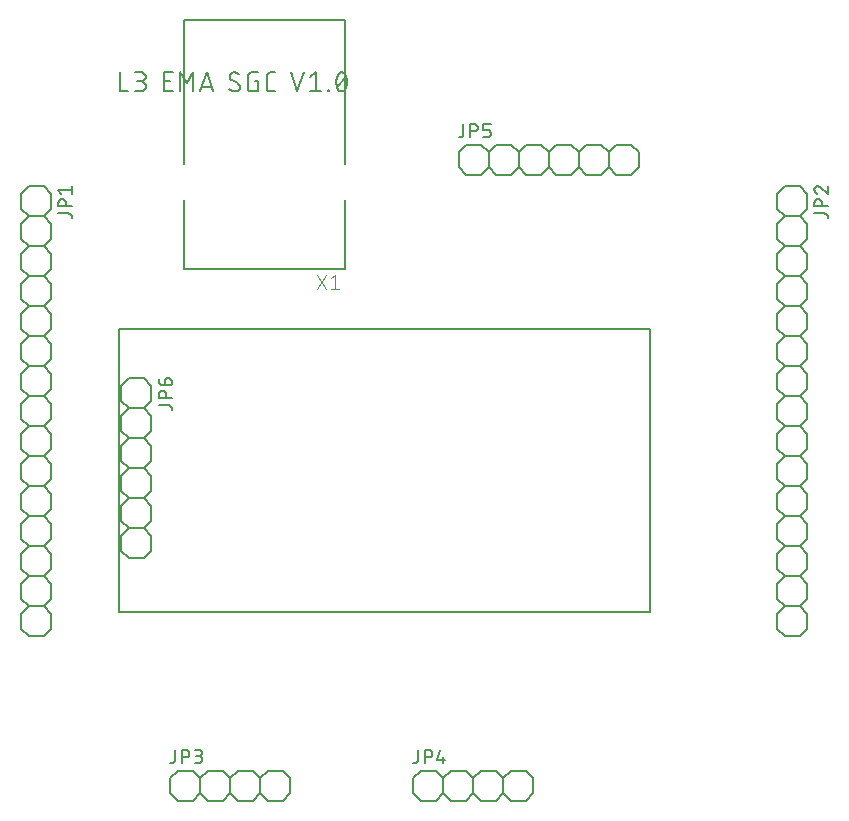
<source format=gbr>
G04 EAGLE Gerber RS-274X export*
G75*
%MOMM*%
%FSLAX34Y34*%
%LPD*%
%INSilkscreen Top*%
%IPPOS*%
%AMOC8*
5,1,8,0,0,1.08239X$1,22.5*%
G01*
%ADD10C,0.152400*%
%ADD11C,0.127000*%
%ADD12C,0.203200*%
%ADD13C,0.101600*%


D10*
X100000Y440000D02*
X100000Y200000D01*
X550000Y200000D01*
X550000Y440000D01*
X100000Y440000D01*
X100762Y640762D02*
X100762Y657018D01*
X100762Y640762D02*
X107987Y640762D01*
X113758Y640762D02*
X118274Y640762D01*
X118407Y640764D01*
X118539Y640770D01*
X118671Y640780D01*
X118803Y640793D01*
X118935Y640811D01*
X119065Y640832D01*
X119196Y640857D01*
X119325Y640886D01*
X119453Y640919D01*
X119581Y640955D01*
X119707Y640995D01*
X119832Y641039D01*
X119956Y641087D01*
X120078Y641138D01*
X120199Y641193D01*
X120318Y641251D01*
X120436Y641313D01*
X120551Y641378D01*
X120665Y641447D01*
X120776Y641518D01*
X120885Y641594D01*
X120992Y641672D01*
X121097Y641753D01*
X121199Y641838D01*
X121299Y641925D01*
X121396Y642015D01*
X121491Y642108D01*
X121582Y642204D01*
X121671Y642302D01*
X121757Y642403D01*
X121840Y642507D01*
X121920Y642613D01*
X121996Y642721D01*
X122070Y642831D01*
X122140Y642944D01*
X122207Y643058D01*
X122270Y643175D01*
X122330Y643293D01*
X122387Y643413D01*
X122440Y643535D01*
X122489Y643658D01*
X122535Y643782D01*
X122577Y643908D01*
X122615Y644035D01*
X122650Y644163D01*
X122681Y644292D01*
X122708Y644421D01*
X122731Y644552D01*
X122751Y644683D01*
X122766Y644815D01*
X122778Y644947D01*
X122786Y645079D01*
X122790Y645212D01*
X122790Y645344D01*
X122786Y645477D01*
X122778Y645609D01*
X122766Y645741D01*
X122751Y645873D01*
X122731Y646004D01*
X122708Y646135D01*
X122681Y646264D01*
X122650Y646393D01*
X122615Y646521D01*
X122577Y646648D01*
X122535Y646774D01*
X122489Y646898D01*
X122440Y647021D01*
X122387Y647143D01*
X122330Y647263D01*
X122270Y647381D01*
X122207Y647498D01*
X122140Y647612D01*
X122070Y647725D01*
X121996Y647835D01*
X121920Y647943D01*
X121840Y648049D01*
X121757Y648153D01*
X121671Y648254D01*
X121582Y648352D01*
X121491Y648448D01*
X121396Y648541D01*
X121299Y648631D01*
X121199Y648718D01*
X121097Y648803D01*
X120992Y648884D01*
X120885Y648962D01*
X120776Y649038D01*
X120665Y649109D01*
X120551Y649178D01*
X120436Y649243D01*
X120318Y649305D01*
X120199Y649363D01*
X120078Y649418D01*
X119956Y649469D01*
X119832Y649517D01*
X119707Y649561D01*
X119581Y649601D01*
X119453Y649637D01*
X119325Y649670D01*
X119196Y649699D01*
X119065Y649724D01*
X118935Y649745D01*
X118803Y649763D01*
X118671Y649776D01*
X118539Y649786D01*
X118407Y649792D01*
X118274Y649794D01*
X119177Y657018D02*
X113758Y657018D01*
X119177Y657018D02*
X119296Y657016D01*
X119416Y657010D01*
X119535Y657000D01*
X119653Y656986D01*
X119772Y656969D01*
X119889Y656947D01*
X120006Y656922D01*
X120121Y656892D01*
X120236Y656859D01*
X120350Y656822D01*
X120462Y656782D01*
X120573Y656737D01*
X120682Y656689D01*
X120790Y656638D01*
X120896Y656583D01*
X121000Y656524D01*
X121102Y656462D01*
X121202Y656397D01*
X121300Y656328D01*
X121396Y656256D01*
X121489Y656181D01*
X121579Y656104D01*
X121667Y656023D01*
X121752Y655939D01*
X121834Y655852D01*
X121914Y655763D01*
X121990Y655671D01*
X122064Y655577D01*
X122134Y655480D01*
X122201Y655382D01*
X122265Y655281D01*
X122325Y655177D01*
X122382Y655072D01*
X122435Y654965D01*
X122485Y654857D01*
X122531Y654747D01*
X122573Y654635D01*
X122612Y654522D01*
X122647Y654408D01*
X122678Y654293D01*
X122706Y654176D01*
X122729Y654059D01*
X122749Y653942D01*
X122765Y653823D01*
X122777Y653704D01*
X122785Y653585D01*
X122789Y653466D01*
X122789Y653346D01*
X122785Y653227D01*
X122777Y653108D01*
X122765Y652989D01*
X122749Y652870D01*
X122729Y652753D01*
X122706Y652636D01*
X122678Y652519D01*
X122647Y652404D01*
X122612Y652290D01*
X122573Y652177D01*
X122531Y652065D01*
X122485Y651955D01*
X122435Y651847D01*
X122382Y651740D01*
X122325Y651635D01*
X122265Y651531D01*
X122201Y651430D01*
X122134Y651332D01*
X122064Y651235D01*
X121990Y651141D01*
X121914Y651049D01*
X121834Y650960D01*
X121752Y650873D01*
X121667Y650789D01*
X121579Y650708D01*
X121489Y650631D01*
X121396Y650556D01*
X121300Y650484D01*
X121202Y650415D01*
X121102Y650350D01*
X121000Y650288D01*
X120896Y650229D01*
X120790Y650174D01*
X120682Y650123D01*
X120573Y650075D01*
X120462Y650030D01*
X120350Y649990D01*
X120236Y649953D01*
X120121Y649920D01*
X120006Y649890D01*
X119889Y649865D01*
X119772Y649843D01*
X119653Y649826D01*
X119535Y649812D01*
X119416Y649802D01*
X119296Y649796D01*
X119177Y649794D01*
X119177Y649793D02*
X115564Y649793D01*
X138277Y640762D02*
X145502Y640762D01*
X138277Y640762D02*
X138277Y657018D01*
X145502Y657018D01*
X143696Y649793D02*
X138277Y649793D01*
X151933Y657018D02*
X151933Y640762D01*
X157352Y647987D02*
X151933Y657018D01*
X157352Y647987D02*
X162770Y657018D01*
X162770Y640762D01*
X169128Y640762D02*
X174546Y657018D01*
X179965Y640762D01*
X178610Y644826D02*
X170482Y644826D01*
X198896Y640762D02*
X199014Y640764D01*
X199132Y640770D01*
X199250Y640779D01*
X199367Y640793D01*
X199484Y640810D01*
X199601Y640831D01*
X199716Y640856D01*
X199831Y640885D01*
X199945Y640918D01*
X200057Y640954D01*
X200168Y640994D01*
X200278Y641037D01*
X200387Y641084D01*
X200494Y641134D01*
X200599Y641189D01*
X200702Y641246D01*
X200803Y641307D01*
X200903Y641371D01*
X201000Y641438D01*
X201095Y641508D01*
X201187Y641582D01*
X201278Y641658D01*
X201365Y641738D01*
X201450Y641820D01*
X201532Y641905D01*
X201612Y641992D01*
X201688Y642083D01*
X201762Y642175D01*
X201832Y642270D01*
X201899Y642367D01*
X201963Y642467D01*
X202024Y642568D01*
X202081Y642671D01*
X202136Y642776D01*
X202186Y642883D01*
X202233Y642992D01*
X202276Y643102D01*
X202316Y643213D01*
X202352Y643325D01*
X202385Y643439D01*
X202414Y643554D01*
X202439Y643669D01*
X202460Y643786D01*
X202477Y643903D01*
X202491Y644020D01*
X202500Y644138D01*
X202506Y644256D01*
X202508Y644374D01*
X198896Y640762D02*
X198713Y640764D01*
X198531Y640771D01*
X198349Y640782D01*
X198167Y640797D01*
X197985Y640817D01*
X197804Y640840D01*
X197624Y640869D01*
X197444Y640901D01*
X197265Y640938D01*
X197088Y640979D01*
X196911Y641025D01*
X196735Y641074D01*
X196561Y641128D01*
X196387Y641186D01*
X196216Y641248D01*
X196046Y641314D01*
X195877Y641385D01*
X195710Y641459D01*
X195545Y641537D01*
X195382Y641619D01*
X195221Y641705D01*
X195062Y641795D01*
X194905Y641889D01*
X194751Y641986D01*
X194599Y642087D01*
X194449Y642192D01*
X194302Y642300D01*
X194158Y642411D01*
X194016Y642526D01*
X193877Y642645D01*
X193741Y642767D01*
X193608Y642892D01*
X193478Y643020D01*
X193929Y653406D02*
X193931Y653524D01*
X193937Y653642D01*
X193946Y653760D01*
X193960Y653877D01*
X193977Y653994D01*
X193998Y654111D01*
X194023Y654226D01*
X194052Y654341D01*
X194085Y654455D01*
X194121Y654567D01*
X194161Y654678D01*
X194204Y654788D01*
X194251Y654897D01*
X194301Y655004D01*
X194356Y655109D01*
X194413Y655212D01*
X194474Y655313D01*
X194538Y655413D01*
X194605Y655510D01*
X194675Y655605D01*
X194749Y655697D01*
X194825Y655788D01*
X194905Y655875D01*
X194987Y655960D01*
X195072Y656042D01*
X195159Y656122D01*
X195250Y656198D01*
X195342Y656272D01*
X195437Y656342D01*
X195534Y656409D01*
X195634Y656473D01*
X195735Y656534D01*
X195838Y656592D01*
X195943Y656646D01*
X196050Y656696D01*
X196159Y656743D01*
X196269Y656787D01*
X196380Y656826D01*
X196493Y656862D01*
X196606Y656895D01*
X196721Y656924D01*
X196836Y656949D01*
X196953Y656970D01*
X197070Y656987D01*
X197187Y657001D01*
X197305Y657010D01*
X197423Y657016D01*
X197541Y657018D01*
X197702Y657016D01*
X197864Y657010D01*
X198025Y657001D01*
X198186Y656987D01*
X198346Y656970D01*
X198506Y656949D01*
X198666Y656924D01*
X198825Y656895D01*
X198983Y656863D01*
X199140Y656827D01*
X199296Y656787D01*
X199452Y656743D01*
X199606Y656695D01*
X199759Y656644D01*
X199911Y656590D01*
X200062Y656531D01*
X200211Y656470D01*
X200358Y656404D01*
X200504Y656335D01*
X200649Y656263D01*
X200791Y656187D01*
X200932Y656108D01*
X201071Y656026D01*
X201207Y655940D01*
X201342Y655851D01*
X201475Y655759D01*
X201605Y655663D01*
X195735Y650245D02*
X195634Y650307D01*
X195534Y650372D01*
X195437Y650441D01*
X195342Y650513D01*
X195249Y650587D01*
X195159Y650665D01*
X195071Y650746D01*
X194986Y650829D01*
X194904Y650915D01*
X194825Y651004D01*
X194748Y651095D01*
X194675Y651189D01*
X194604Y651285D01*
X194537Y651383D01*
X194473Y651483D01*
X194412Y651586D01*
X194355Y651690D01*
X194301Y651796D01*
X194251Y651904D01*
X194204Y652013D01*
X194160Y652124D01*
X194120Y652236D01*
X194084Y652350D01*
X194052Y652464D01*
X194023Y652580D01*
X193998Y652696D01*
X193977Y652813D01*
X193960Y652931D01*
X193946Y653049D01*
X193937Y653168D01*
X193931Y653287D01*
X193929Y653406D01*
X200703Y647535D02*
X200804Y647473D01*
X200904Y647408D01*
X201001Y647339D01*
X201096Y647267D01*
X201189Y647193D01*
X201279Y647115D01*
X201367Y647034D01*
X201452Y646951D01*
X201534Y646865D01*
X201613Y646776D01*
X201690Y646685D01*
X201763Y646591D01*
X201834Y646495D01*
X201901Y646397D01*
X201965Y646297D01*
X202026Y646194D01*
X202083Y646090D01*
X202137Y645984D01*
X202187Y645876D01*
X202234Y645767D01*
X202278Y645656D01*
X202318Y645544D01*
X202354Y645430D01*
X202386Y645316D01*
X202415Y645200D01*
X202440Y645084D01*
X202461Y644967D01*
X202478Y644849D01*
X202492Y644731D01*
X202501Y644612D01*
X202507Y644493D01*
X202509Y644374D01*
X200702Y647535D02*
X195735Y650245D01*
X215430Y649793D02*
X218140Y649793D01*
X218140Y640762D01*
X212721Y640762D01*
X212603Y640764D01*
X212485Y640770D01*
X212367Y640779D01*
X212250Y640793D01*
X212133Y640810D01*
X212016Y640831D01*
X211901Y640856D01*
X211786Y640885D01*
X211672Y640918D01*
X211560Y640954D01*
X211449Y640994D01*
X211339Y641037D01*
X211230Y641084D01*
X211123Y641134D01*
X211018Y641189D01*
X210915Y641246D01*
X210814Y641307D01*
X210714Y641371D01*
X210617Y641438D01*
X210522Y641508D01*
X210430Y641582D01*
X210339Y641658D01*
X210252Y641738D01*
X210167Y641820D01*
X210085Y641905D01*
X210005Y641992D01*
X209929Y642083D01*
X209855Y642175D01*
X209785Y642270D01*
X209718Y642367D01*
X209654Y642467D01*
X209593Y642568D01*
X209536Y642671D01*
X209481Y642776D01*
X209431Y642883D01*
X209384Y642992D01*
X209341Y643102D01*
X209301Y643213D01*
X209265Y643325D01*
X209232Y643439D01*
X209203Y643554D01*
X209178Y643669D01*
X209157Y643786D01*
X209140Y643903D01*
X209126Y644020D01*
X209117Y644138D01*
X209111Y644256D01*
X209109Y644374D01*
X209109Y653406D01*
X209111Y653524D01*
X209117Y653642D01*
X209126Y653760D01*
X209140Y653877D01*
X209157Y653994D01*
X209178Y654111D01*
X209203Y654226D01*
X209232Y654341D01*
X209265Y654455D01*
X209301Y654567D01*
X209341Y654678D01*
X209384Y654788D01*
X209431Y654897D01*
X209481Y655004D01*
X209535Y655109D01*
X209593Y655212D01*
X209654Y655313D01*
X209718Y655413D01*
X209785Y655510D01*
X209855Y655605D01*
X209929Y655697D01*
X210005Y655788D01*
X210085Y655875D01*
X210167Y655960D01*
X210252Y656042D01*
X210339Y656122D01*
X210430Y656198D01*
X210522Y656272D01*
X210617Y656342D01*
X210714Y656409D01*
X210814Y656473D01*
X210915Y656534D01*
X211018Y656591D01*
X211123Y656645D01*
X211230Y656696D01*
X211339Y656743D01*
X211449Y656786D01*
X211560Y656826D01*
X211672Y656862D01*
X211786Y656895D01*
X211901Y656924D01*
X212016Y656949D01*
X212133Y656970D01*
X212250Y656987D01*
X212367Y657001D01*
X212485Y657010D01*
X212603Y657016D01*
X212721Y657018D01*
X218140Y657018D01*
X228834Y640762D02*
X232446Y640762D01*
X228834Y640762D02*
X228716Y640764D01*
X228598Y640770D01*
X228480Y640779D01*
X228363Y640793D01*
X228246Y640810D01*
X228129Y640831D01*
X228014Y640856D01*
X227899Y640885D01*
X227785Y640918D01*
X227673Y640954D01*
X227562Y640994D01*
X227452Y641037D01*
X227343Y641084D01*
X227236Y641134D01*
X227131Y641189D01*
X227028Y641246D01*
X226927Y641307D01*
X226827Y641371D01*
X226730Y641438D01*
X226635Y641508D01*
X226543Y641582D01*
X226452Y641658D01*
X226365Y641738D01*
X226280Y641820D01*
X226198Y641905D01*
X226118Y641992D01*
X226042Y642083D01*
X225968Y642175D01*
X225898Y642270D01*
X225831Y642367D01*
X225767Y642467D01*
X225706Y642568D01*
X225649Y642671D01*
X225594Y642776D01*
X225544Y642883D01*
X225497Y642992D01*
X225454Y643102D01*
X225414Y643213D01*
X225378Y643325D01*
X225345Y643439D01*
X225316Y643554D01*
X225291Y643669D01*
X225270Y643786D01*
X225253Y643903D01*
X225239Y644020D01*
X225230Y644138D01*
X225224Y644256D01*
X225222Y644374D01*
X225222Y653406D01*
X225224Y653524D01*
X225230Y653642D01*
X225239Y653760D01*
X225253Y653877D01*
X225270Y653994D01*
X225291Y654111D01*
X225316Y654226D01*
X225345Y654341D01*
X225378Y654455D01*
X225414Y654567D01*
X225454Y654678D01*
X225497Y654788D01*
X225544Y654897D01*
X225594Y655004D01*
X225648Y655109D01*
X225706Y655212D01*
X225767Y655313D01*
X225831Y655413D01*
X225898Y655510D01*
X225968Y655605D01*
X226042Y655697D01*
X226118Y655788D01*
X226198Y655875D01*
X226280Y655960D01*
X226365Y656042D01*
X226452Y656122D01*
X226543Y656198D01*
X226635Y656272D01*
X226730Y656342D01*
X226827Y656409D01*
X226927Y656473D01*
X227028Y656534D01*
X227131Y656591D01*
X227236Y656645D01*
X227343Y656696D01*
X227452Y656743D01*
X227562Y656786D01*
X227673Y656826D01*
X227785Y656862D01*
X227899Y656895D01*
X228014Y656924D01*
X228129Y656949D01*
X228246Y656970D01*
X228363Y656987D01*
X228480Y657001D01*
X228598Y657010D01*
X228716Y657016D01*
X228834Y657018D01*
X232446Y657018D01*
X245721Y657018D02*
X251139Y640762D01*
X256558Y657018D01*
X262255Y653406D02*
X266770Y657018D01*
X266770Y640762D01*
X262255Y640762D02*
X271286Y640762D01*
X277261Y640762D02*
X277261Y641665D01*
X278164Y641665D01*
X278164Y640762D01*
X277261Y640762D01*
X284139Y648890D02*
X284143Y649210D01*
X284154Y649529D01*
X284173Y649849D01*
X284200Y650167D01*
X284234Y650485D01*
X284276Y650802D01*
X284326Y651118D01*
X284383Y651433D01*
X284447Y651746D01*
X284519Y652058D01*
X284598Y652368D01*
X284685Y652675D01*
X284779Y652981D01*
X284880Y653284D01*
X284989Y653585D01*
X285104Y653883D01*
X285227Y654179D01*
X285357Y654471D01*
X285494Y654760D01*
X285493Y654761D02*
X285532Y654869D01*
X285575Y654976D01*
X285621Y655081D01*
X285672Y655185D01*
X285725Y655287D01*
X285782Y655387D01*
X285843Y655485D01*
X285907Y655580D01*
X285974Y655674D01*
X286045Y655765D01*
X286118Y655854D01*
X286195Y655940D01*
X286274Y656023D01*
X286356Y656104D01*
X286441Y656182D01*
X286529Y656256D01*
X286619Y656328D01*
X286711Y656396D01*
X286806Y656462D01*
X286903Y656524D01*
X287002Y656582D01*
X287104Y656638D01*
X287206Y656689D01*
X287311Y656737D01*
X287417Y656782D01*
X287525Y656823D01*
X287634Y656860D01*
X287744Y656893D01*
X287856Y656922D01*
X287968Y656948D01*
X288081Y656970D01*
X288195Y656987D01*
X288309Y657001D01*
X288424Y657011D01*
X288539Y657017D01*
X288654Y657019D01*
X288654Y657018D02*
X288769Y657016D01*
X288884Y657010D01*
X288999Y657000D01*
X289113Y656986D01*
X289227Y656969D01*
X289340Y656947D01*
X289452Y656921D01*
X289564Y656892D01*
X289674Y656859D01*
X289783Y656822D01*
X289891Y656781D01*
X289997Y656736D01*
X290102Y656688D01*
X290204Y656637D01*
X290305Y656581D01*
X290405Y656523D01*
X290502Y656461D01*
X290596Y656396D01*
X290689Y656327D01*
X290779Y656255D01*
X290867Y656181D01*
X290952Y656103D01*
X291034Y656022D01*
X291113Y655939D01*
X291190Y655853D01*
X291263Y655764D01*
X291334Y655673D01*
X291401Y655579D01*
X291465Y655484D01*
X291526Y655386D01*
X291583Y655286D01*
X291636Y655184D01*
X291687Y655080D01*
X291733Y654975D01*
X291776Y654868D01*
X291815Y654760D01*
X291814Y654760D02*
X291951Y654471D01*
X292081Y654179D01*
X292204Y653883D01*
X292319Y653585D01*
X292428Y653284D01*
X292529Y652981D01*
X292623Y652675D01*
X292710Y652368D01*
X292789Y652058D01*
X292861Y651746D01*
X292925Y651433D01*
X292982Y651118D01*
X293032Y650802D01*
X293074Y650485D01*
X293108Y650167D01*
X293135Y649849D01*
X293154Y649529D01*
X293165Y649210D01*
X293169Y648890D01*
X284139Y648890D02*
X284143Y648570D01*
X284154Y648251D01*
X284173Y647931D01*
X284200Y647613D01*
X284234Y647295D01*
X284276Y646978D01*
X284326Y646662D01*
X284383Y646347D01*
X284447Y646034D01*
X284519Y645722D01*
X284598Y645412D01*
X284685Y645105D01*
X284779Y644799D01*
X284880Y644496D01*
X284989Y644195D01*
X285104Y643897D01*
X285227Y643601D01*
X285357Y643309D01*
X285494Y643020D01*
X285493Y643020D02*
X285532Y642912D01*
X285575Y642805D01*
X285621Y642700D01*
X285672Y642596D01*
X285725Y642494D01*
X285782Y642394D01*
X285843Y642296D01*
X285907Y642201D01*
X285974Y642107D01*
X286045Y642016D01*
X286118Y641927D01*
X286195Y641841D01*
X286274Y641758D01*
X286356Y641677D01*
X286441Y641599D01*
X286529Y641525D01*
X286619Y641453D01*
X286712Y641384D01*
X286806Y641319D01*
X286903Y641257D01*
X287003Y641199D01*
X287104Y641143D01*
X287206Y641092D01*
X287311Y641044D01*
X287417Y640999D01*
X287525Y640958D01*
X287634Y640921D01*
X287744Y640888D01*
X287856Y640859D01*
X287968Y640833D01*
X288081Y640811D01*
X288195Y640794D01*
X288309Y640780D01*
X288424Y640770D01*
X288539Y640764D01*
X288654Y640762D01*
X291814Y643020D02*
X291951Y643309D01*
X292081Y643601D01*
X292204Y643897D01*
X292319Y644195D01*
X292428Y644496D01*
X292529Y644799D01*
X292623Y645105D01*
X292710Y645412D01*
X292789Y645722D01*
X292861Y646034D01*
X292925Y646347D01*
X292982Y646662D01*
X293032Y646978D01*
X293074Y647295D01*
X293108Y647613D01*
X293135Y647931D01*
X293154Y648251D01*
X293165Y648570D01*
X293169Y648890D01*
X291815Y643020D02*
X291776Y642912D01*
X291733Y642805D01*
X291687Y642700D01*
X291636Y642596D01*
X291583Y642494D01*
X291526Y642394D01*
X291465Y642296D01*
X291401Y642201D01*
X291334Y642107D01*
X291263Y642016D01*
X291190Y641927D01*
X291113Y641841D01*
X291034Y641758D01*
X290952Y641677D01*
X290867Y641599D01*
X290779Y641525D01*
X290689Y641453D01*
X290596Y641384D01*
X290502Y641319D01*
X290405Y641257D01*
X290305Y641199D01*
X290204Y641143D01*
X290101Y641092D01*
X289997Y641044D01*
X289891Y640999D01*
X289783Y640958D01*
X289674Y640921D01*
X289564Y640888D01*
X289452Y640859D01*
X289340Y640833D01*
X289227Y640811D01*
X289113Y640794D01*
X288999Y640780D01*
X288884Y640770D01*
X288769Y640764D01*
X288654Y640762D01*
X285042Y644374D02*
X292267Y653406D01*
X42700Y249350D02*
X42700Y236650D01*
X36350Y230300D01*
X23650Y230300D01*
X17300Y236650D01*
X36350Y230300D02*
X42700Y223950D01*
X42700Y211250D01*
X36350Y204900D01*
X23650Y204900D01*
X17300Y211250D01*
X17300Y223950D01*
X23650Y230300D01*
X42700Y274750D02*
X36350Y281100D01*
X42700Y274750D02*
X42700Y262050D01*
X36350Y255700D01*
X23650Y255700D01*
X17300Y262050D01*
X17300Y274750D01*
X23650Y281100D01*
X36350Y255700D02*
X42700Y249350D01*
X23650Y255700D02*
X17300Y249350D01*
X17300Y236650D01*
X42700Y312850D02*
X42700Y325550D01*
X42700Y312850D02*
X36350Y306500D01*
X23650Y306500D01*
X17300Y312850D01*
X36350Y306500D02*
X42700Y300150D01*
X42700Y287450D01*
X36350Y281100D01*
X23650Y281100D01*
X17300Y287450D01*
X17300Y300150D01*
X23650Y306500D01*
X42700Y350950D02*
X36350Y357300D01*
X42700Y350950D02*
X42700Y338250D01*
X36350Y331900D01*
X23650Y331900D01*
X17300Y338250D01*
X17300Y350950D01*
X23650Y357300D01*
X36350Y331900D02*
X42700Y325550D01*
X23650Y331900D02*
X17300Y325550D01*
X17300Y312850D01*
X42700Y389050D02*
X42700Y401750D01*
X42700Y389050D02*
X36350Y382700D01*
X23650Y382700D01*
X17300Y389050D01*
X36350Y382700D02*
X42700Y376350D01*
X42700Y363650D01*
X36350Y357300D01*
X23650Y357300D01*
X17300Y363650D01*
X17300Y376350D01*
X23650Y382700D01*
X42700Y427150D02*
X36350Y433500D01*
X42700Y427150D02*
X42700Y414450D01*
X36350Y408100D01*
X23650Y408100D01*
X17300Y414450D01*
X17300Y427150D01*
X23650Y433500D01*
X36350Y408100D02*
X42700Y401750D01*
X23650Y408100D02*
X17300Y401750D01*
X17300Y389050D01*
X42700Y465250D02*
X42700Y477950D01*
X42700Y465250D02*
X36350Y458900D01*
X23650Y458900D01*
X17300Y465250D01*
X36350Y458900D02*
X42700Y452550D01*
X42700Y439850D01*
X36350Y433500D01*
X23650Y433500D01*
X17300Y439850D01*
X17300Y452550D01*
X23650Y458900D01*
X42700Y503350D02*
X36350Y509700D01*
X42700Y503350D02*
X42700Y490650D01*
X36350Y484300D01*
X23650Y484300D01*
X17300Y490650D01*
X17300Y503350D01*
X23650Y509700D01*
X36350Y484300D02*
X42700Y477950D01*
X23650Y484300D02*
X17300Y477950D01*
X17300Y465250D01*
X42700Y541450D02*
X42700Y554150D01*
X42700Y541450D02*
X36350Y535100D01*
X23650Y535100D01*
X17300Y541450D01*
X36350Y535100D02*
X42700Y528750D01*
X42700Y516050D01*
X36350Y509700D01*
X23650Y509700D01*
X17300Y516050D01*
X17300Y528750D01*
X23650Y535100D01*
X23650Y560500D02*
X36350Y560500D01*
X42700Y554150D01*
X23650Y560500D02*
X17300Y554150D01*
X17300Y541450D01*
X36350Y204900D02*
X42700Y198550D01*
X42700Y185850D01*
X36350Y179500D01*
X23650Y179500D01*
X17300Y185850D01*
X17300Y198550D01*
X23650Y204900D01*
D11*
X48923Y537438D02*
X57813Y537438D01*
X57913Y537436D01*
X58012Y537430D01*
X58112Y537420D01*
X58210Y537407D01*
X58309Y537389D01*
X58406Y537368D01*
X58502Y537343D01*
X58598Y537314D01*
X58692Y537281D01*
X58785Y537245D01*
X58876Y537205D01*
X58966Y537161D01*
X59054Y537114D01*
X59140Y537064D01*
X59224Y537010D01*
X59306Y536953D01*
X59385Y536893D01*
X59463Y536829D01*
X59537Y536763D01*
X59609Y536694D01*
X59678Y536622D01*
X59744Y536548D01*
X59808Y536470D01*
X59868Y536391D01*
X59925Y536309D01*
X59979Y536225D01*
X60029Y536139D01*
X60076Y536051D01*
X60120Y535961D01*
X60160Y535870D01*
X60196Y535777D01*
X60229Y535683D01*
X60258Y535587D01*
X60283Y535491D01*
X60304Y535394D01*
X60322Y535295D01*
X60335Y535197D01*
X60345Y535097D01*
X60351Y534998D01*
X60353Y534898D01*
X60353Y533628D01*
X60353Y543419D02*
X48923Y543419D01*
X48923Y546594D01*
X48925Y546705D01*
X48931Y546815D01*
X48940Y546926D01*
X48954Y547036D01*
X48971Y547145D01*
X48992Y547254D01*
X49017Y547362D01*
X49046Y547469D01*
X49078Y547575D01*
X49114Y547680D01*
X49154Y547783D01*
X49197Y547885D01*
X49244Y547986D01*
X49295Y548085D01*
X49348Y548182D01*
X49405Y548276D01*
X49466Y548369D01*
X49529Y548460D01*
X49596Y548549D01*
X49666Y548635D01*
X49739Y548718D01*
X49814Y548800D01*
X49892Y548878D01*
X49974Y548953D01*
X50057Y549026D01*
X50143Y549096D01*
X50232Y549163D01*
X50323Y549226D01*
X50416Y549287D01*
X50510Y549344D01*
X50607Y549397D01*
X50706Y549448D01*
X50807Y549495D01*
X50909Y549538D01*
X51012Y549578D01*
X51117Y549614D01*
X51223Y549646D01*
X51330Y549675D01*
X51438Y549700D01*
X51547Y549721D01*
X51656Y549738D01*
X51766Y549752D01*
X51877Y549761D01*
X51987Y549767D01*
X52098Y549769D01*
X52209Y549767D01*
X52319Y549761D01*
X52430Y549752D01*
X52540Y549738D01*
X52649Y549721D01*
X52758Y549700D01*
X52866Y549675D01*
X52973Y549646D01*
X53079Y549614D01*
X53184Y549578D01*
X53287Y549538D01*
X53389Y549495D01*
X53490Y549448D01*
X53589Y549397D01*
X53686Y549344D01*
X53780Y549287D01*
X53873Y549226D01*
X53964Y549163D01*
X54053Y549096D01*
X54139Y549026D01*
X54222Y548953D01*
X54304Y548878D01*
X54382Y548800D01*
X54457Y548718D01*
X54530Y548635D01*
X54600Y548549D01*
X54667Y548460D01*
X54730Y548369D01*
X54791Y548276D01*
X54848Y548182D01*
X54901Y548085D01*
X54952Y547986D01*
X54999Y547885D01*
X55042Y547783D01*
X55082Y547680D01*
X55118Y547575D01*
X55150Y547469D01*
X55179Y547362D01*
X55204Y547254D01*
X55225Y547145D01*
X55242Y547036D01*
X55256Y546926D01*
X55265Y546815D01*
X55271Y546705D01*
X55273Y546594D01*
X55273Y543419D01*
X51463Y554277D02*
X48923Y557452D01*
X60353Y557452D01*
X60353Y554277D02*
X60353Y560627D01*
D10*
X682700Y249350D02*
X682700Y236650D01*
X676350Y230300D01*
X663650Y230300D01*
X657300Y236650D01*
X676350Y230300D02*
X682700Y223950D01*
X682700Y211250D01*
X676350Y204900D01*
X663650Y204900D01*
X657300Y211250D01*
X657300Y223950D01*
X663650Y230300D01*
X682700Y274750D02*
X676350Y281100D01*
X682700Y274750D02*
X682700Y262050D01*
X676350Y255700D01*
X663650Y255700D01*
X657300Y262050D01*
X657300Y274750D01*
X663650Y281100D01*
X676350Y255700D02*
X682700Y249350D01*
X663650Y255700D02*
X657300Y249350D01*
X657300Y236650D01*
X682700Y312850D02*
X682700Y325550D01*
X682700Y312850D02*
X676350Y306500D01*
X663650Y306500D01*
X657300Y312850D01*
X676350Y306500D02*
X682700Y300150D01*
X682700Y287450D01*
X676350Y281100D01*
X663650Y281100D01*
X657300Y287450D01*
X657300Y300150D01*
X663650Y306500D01*
X682700Y350950D02*
X676350Y357300D01*
X682700Y350950D02*
X682700Y338250D01*
X676350Y331900D01*
X663650Y331900D01*
X657300Y338250D01*
X657300Y350950D01*
X663650Y357300D01*
X676350Y331900D02*
X682700Y325550D01*
X663650Y331900D02*
X657300Y325550D01*
X657300Y312850D01*
X682700Y389050D02*
X682700Y401750D01*
X682700Y389050D02*
X676350Y382700D01*
X663650Y382700D01*
X657300Y389050D01*
X676350Y382700D02*
X682700Y376350D01*
X682700Y363650D01*
X676350Y357300D01*
X663650Y357300D01*
X657300Y363650D01*
X657300Y376350D01*
X663650Y382700D01*
X682700Y427150D02*
X676350Y433500D01*
X682700Y427150D02*
X682700Y414450D01*
X676350Y408100D01*
X663650Y408100D01*
X657300Y414450D01*
X657300Y427150D01*
X663650Y433500D01*
X676350Y408100D02*
X682700Y401750D01*
X663650Y408100D02*
X657300Y401750D01*
X657300Y389050D01*
X682700Y465250D02*
X682700Y477950D01*
X682700Y465250D02*
X676350Y458900D01*
X663650Y458900D01*
X657300Y465250D01*
X676350Y458900D02*
X682700Y452550D01*
X682700Y439850D01*
X676350Y433500D01*
X663650Y433500D01*
X657300Y439850D01*
X657300Y452550D01*
X663650Y458900D01*
X682700Y503350D02*
X676350Y509700D01*
X682700Y503350D02*
X682700Y490650D01*
X676350Y484300D01*
X663650Y484300D01*
X657300Y490650D01*
X657300Y503350D01*
X663650Y509700D01*
X676350Y484300D02*
X682700Y477950D01*
X663650Y484300D02*
X657300Y477950D01*
X657300Y465250D01*
X682700Y541450D02*
X682700Y554150D01*
X682700Y541450D02*
X676350Y535100D01*
X663650Y535100D01*
X657300Y541450D01*
X676350Y535100D02*
X682700Y528750D01*
X682700Y516050D01*
X676350Y509700D01*
X663650Y509700D01*
X657300Y516050D01*
X657300Y528750D01*
X663650Y535100D01*
X663650Y560500D02*
X676350Y560500D01*
X682700Y554150D01*
X663650Y560500D02*
X657300Y554150D01*
X657300Y541450D01*
X676350Y204900D02*
X682700Y198550D01*
X682700Y185850D01*
X676350Y179500D01*
X663650Y179500D01*
X657300Y185850D01*
X657300Y198550D01*
X663650Y204900D01*
D11*
X688923Y537438D02*
X697813Y537438D01*
X697913Y537436D01*
X698012Y537430D01*
X698112Y537420D01*
X698210Y537407D01*
X698309Y537389D01*
X698406Y537368D01*
X698502Y537343D01*
X698598Y537314D01*
X698692Y537281D01*
X698785Y537245D01*
X698876Y537205D01*
X698966Y537161D01*
X699054Y537114D01*
X699140Y537064D01*
X699224Y537010D01*
X699306Y536953D01*
X699385Y536893D01*
X699463Y536829D01*
X699537Y536763D01*
X699609Y536694D01*
X699678Y536622D01*
X699744Y536548D01*
X699808Y536470D01*
X699868Y536391D01*
X699925Y536309D01*
X699979Y536225D01*
X700029Y536139D01*
X700076Y536051D01*
X700120Y535961D01*
X700160Y535870D01*
X700196Y535777D01*
X700229Y535683D01*
X700258Y535587D01*
X700283Y535491D01*
X700304Y535394D01*
X700322Y535295D01*
X700335Y535197D01*
X700345Y535097D01*
X700351Y534998D01*
X700353Y534898D01*
X700353Y533628D01*
X700353Y543419D02*
X688923Y543419D01*
X688923Y546594D01*
X688925Y546705D01*
X688931Y546815D01*
X688940Y546926D01*
X688954Y547036D01*
X688971Y547145D01*
X688992Y547254D01*
X689017Y547362D01*
X689046Y547469D01*
X689078Y547575D01*
X689114Y547680D01*
X689154Y547783D01*
X689197Y547885D01*
X689244Y547986D01*
X689295Y548085D01*
X689348Y548182D01*
X689405Y548276D01*
X689466Y548369D01*
X689529Y548460D01*
X689596Y548549D01*
X689666Y548635D01*
X689739Y548718D01*
X689814Y548800D01*
X689892Y548878D01*
X689974Y548953D01*
X690057Y549026D01*
X690143Y549096D01*
X690232Y549163D01*
X690323Y549226D01*
X690416Y549287D01*
X690511Y549344D01*
X690607Y549397D01*
X690706Y549448D01*
X690807Y549495D01*
X690909Y549538D01*
X691012Y549578D01*
X691117Y549614D01*
X691223Y549646D01*
X691330Y549675D01*
X691438Y549700D01*
X691547Y549721D01*
X691656Y549738D01*
X691766Y549752D01*
X691877Y549761D01*
X691987Y549767D01*
X692098Y549769D01*
X692209Y549767D01*
X692319Y549761D01*
X692430Y549752D01*
X692540Y549738D01*
X692649Y549721D01*
X692758Y549700D01*
X692866Y549675D01*
X692973Y549646D01*
X693079Y549614D01*
X693184Y549578D01*
X693287Y549538D01*
X693389Y549495D01*
X693490Y549448D01*
X693589Y549397D01*
X693686Y549344D01*
X693780Y549287D01*
X693873Y549226D01*
X693964Y549163D01*
X694053Y549096D01*
X694139Y549026D01*
X694222Y548953D01*
X694304Y548878D01*
X694382Y548800D01*
X694457Y548718D01*
X694530Y548635D01*
X694600Y548549D01*
X694667Y548460D01*
X694730Y548369D01*
X694791Y548276D01*
X694848Y548182D01*
X694901Y548085D01*
X694952Y547986D01*
X694999Y547885D01*
X695042Y547783D01*
X695082Y547680D01*
X695118Y547575D01*
X695150Y547469D01*
X695179Y547362D01*
X695204Y547254D01*
X695225Y547145D01*
X695242Y547036D01*
X695256Y546926D01*
X695265Y546815D01*
X695271Y546705D01*
X695273Y546594D01*
X695273Y543419D01*
X688923Y557770D02*
X688925Y557874D01*
X688931Y557979D01*
X688940Y558083D01*
X688953Y558186D01*
X688971Y558289D01*
X688991Y558391D01*
X689016Y558493D01*
X689044Y558593D01*
X689076Y558693D01*
X689112Y558791D01*
X689151Y558888D01*
X689193Y558983D01*
X689239Y559077D01*
X689289Y559169D01*
X689341Y559259D01*
X689397Y559347D01*
X689457Y559433D01*
X689519Y559517D01*
X689584Y559598D01*
X689652Y559677D01*
X689724Y559754D01*
X689797Y559827D01*
X689874Y559899D01*
X689953Y559967D01*
X690034Y560032D01*
X690118Y560094D01*
X690204Y560154D01*
X690292Y560210D01*
X690382Y560262D01*
X690474Y560312D01*
X690568Y560358D01*
X690663Y560400D01*
X690760Y560439D01*
X690858Y560475D01*
X690958Y560507D01*
X691058Y560535D01*
X691160Y560560D01*
X691262Y560580D01*
X691365Y560598D01*
X691468Y560611D01*
X691572Y560620D01*
X691677Y560626D01*
X691781Y560628D01*
X688923Y557770D02*
X688925Y557652D01*
X688931Y557533D01*
X688940Y557415D01*
X688953Y557298D01*
X688971Y557181D01*
X688991Y557064D01*
X689016Y556948D01*
X689044Y556833D01*
X689077Y556720D01*
X689112Y556607D01*
X689152Y556495D01*
X689194Y556385D01*
X689241Y556276D01*
X689291Y556168D01*
X689344Y556063D01*
X689401Y555959D01*
X689461Y555857D01*
X689524Y555757D01*
X689591Y555659D01*
X689660Y555563D01*
X689733Y555470D01*
X689809Y555379D01*
X689887Y555290D01*
X689969Y555204D01*
X690053Y555121D01*
X690139Y555040D01*
X690229Y554963D01*
X690320Y554888D01*
X690414Y554816D01*
X690511Y554747D01*
X690609Y554682D01*
X690710Y554619D01*
X690813Y554560D01*
X690917Y554504D01*
X691023Y554452D01*
X691131Y554403D01*
X691240Y554358D01*
X691351Y554316D01*
X691463Y554278D01*
X694003Y559675D02*
X693928Y559751D01*
X693849Y559826D01*
X693768Y559897D01*
X693684Y559966D01*
X693598Y560031D01*
X693510Y560093D01*
X693420Y560153D01*
X693328Y560209D01*
X693233Y560262D01*
X693137Y560311D01*
X693039Y560357D01*
X692940Y560400D01*
X692839Y560439D01*
X692737Y560474D01*
X692634Y560506D01*
X692530Y560534D01*
X692425Y560559D01*
X692318Y560580D01*
X692212Y560597D01*
X692105Y560610D01*
X691997Y560619D01*
X691889Y560625D01*
X691781Y560627D01*
X694003Y559675D02*
X700353Y554277D01*
X700353Y560627D01*
D10*
X200750Y65800D02*
X194400Y59450D01*
X200750Y65800D02*
X213450Y65800D01*
X219800Y59450D01*
X219800Y46750D01*
X213450Y40400D01*
X200750Y40400D01*
X194400Y46750D01*
X162650Y65800D02*
X149950Y65800D01*
X162650Y65800D02*
X169000Y59450D01*
X169000Y46750D01*
X162650Y40400D01*
X169000Y59450D02*
X175350Y65800D01*
X188050Y65800D01*
X194400Y59450D01*
X194400Y46750D01*
X188050Y40400D01*
X175350Y40400D01*
X169000Y46750D01*
X143600Y46750D02*
X143600Y59450D01*
X149950Y65800D01*
X143600Y46750D02*
X149950Y40400D01*
X162650Y40400D01*
X226150Y65800D02*
X238850Y65800D01*
X245200Y59450D01*
X245200Y46750D01*
X238850Y40400D01*
X219800Y59450D02*
X226150Y65800D01*
X219800Y46750D02*
X226150Y40400D01*
X238850Y40400D01*
D11*
X147283Y74563D02*
X147283Y83453D01*
X147283Y74563D02*
X147281Y74463D01*
X147275Y74364D01*
X147265Y74264D01*
X147252Y74166D01*
X147234Y74067D01*
X147213Y73970D01*
X147188Y73874D01*
X147159Y73778D01*
X147126Y73684D01*
X147090Y73591D01*
X147050Y73500D01*
X147006Y73410D01*
X146959Y73322D01*
X146909Y73236D01*
X146855Y73152D01*
X146798Y73070D01*
X146738Y72991D01*
X146674Y72913D01*
X146608Y72839D01*
X146539Y72767D01*
X146467Y72698D01*
X146393Y72632D01*
X146315Y72568D01*
X146236Y72508D01*
X146154Y72451D01*
X146070Y72397D01*
X145984Y72347D01*
X145896Y72300D01*
X145806Y72256D01*
X145715Y72216D01*
X145622Y72180D01*
X145528Y72147D01*
X145432Y72118D01*
X145336Y72093D01*
X145239Y72072D01*
X145140Y72054D01*
X145042Y72041D01*
X144942Y72031D01*
X144843Y72025D01*
X144743Y72023D01*
X143473Y72023D01*
X153263Y72023D02*
X153263Y83453D01*
X156438Y83453D01*
X156549Y83451D01*
X156659Y83445D01*
X156770Y83436D01*
X156880Y83422D01*
X156989Y83405D01*
X157098Y83384D01*
X157206Y83359D01*
X157313Y83330D01*
X157419Y83298D01*
X157524Y83262D01*
X157627Y83222D01*
X157729Y83179D01*
X157830Y83132D01*
X157929Y83081D01*
X158026Y83028D01*
X158120Y82971D01*
X158213Y82910D01*
X158304Y82847D01*
X158393Y82780D01*
X158479Y82710D01*
X158562Y82637D01*
X158644Y82562D01*
X158722Y82484D01*
X158797Y82402D01*
X158870Y82319D01*
X158940Y82233D01*
X159007Y82144D01*
X159070Y82053D01*
X159131Y81960D01*
X159188Y81865D01*
X159241Y81769D01*
X159292Y81670D01*
X159339Y81569D01*
X159382Y81467D01*
X159422Y81364D01*
X159458Y81259D01*
X159490Y81153D01*
X159519Y81046D01*
X159544Y80938D01*
X159565Y80829D01*
X159582Y80720D01*
X159596Y80610D01*
X159605Y80499D01*
X159611Y80389D01*
X159613Y80278D01*
X159611Y80167D01*
X159605Y80057D01*
X159596Y79946D01*
X159582Y79836D01*
X159565Y79727D01*
X159544Y79618D01*
X159519Y79510D01*
X159490Y79403D01*
X159458Y79297D01*
X159422Y79192D01*
X159382Y79089D01*
X159339Y78987D01*
X159292Y78886D01*
X159241Y78787D01*
X159188Y78690D01*
X159131Y78596D01*
X159070Y78503D01*
X159007Y78412D01*
X158940Y78323D01*
X158870Y78237D01*
X158797Y78154D01*
X158722Y78072D01*
X158644Y77994D01*
X158562Y77919D01*
X158479Y77846D01*
X158393Y77776D01*
X158304Y77709D01*
X158213Y77646D01*
X158120Y77585D01*
X158025Y77528D01*
X157929Y77475D01*
X157830Y77424D01*
X157729Y77377D01*
X157627Y77334D01*
X157524Y77294D01*
X157419Y77258D01*
X157313Y77226D01*
X157206Y77197D01*
X157098Y77172D01*
X156989Y77151D01*
X156880Y77134D01*
X156770Y77120D01*
X156659Y77111D01*
X156549Y77105D01*
X156438Y77103D01*
X153263Y77103D01*
X164122Y72023D02*
X167297Y72023D01*
X167408Y72025D01*
X167518Y72031D01*
X167629Y72040D01*
X167739Y72054D01*
X167848Y72071D01*
X167957Y72092D01*
X168065Y72117D01*
X168172Y72146D01*
X168278Y72178D01*
X168383Y72214D01*
X168486Y72254D01*
X168588Y72297D01*
X168689Y72344D01*
X168788Y72395D01*
X168884Y72448D01*
X168979Y72505D01*
X169072Y72566D01*
X169163Y72629D01*
X169252Y72696D01*
X169338Y72766D01*
X169421Y72839D01*
X169503Y72914D01*
X169581Y72992D01*
X169656Y73074D01*
X169729Y73157D01*
X169799Y73243D01*
X169866Y73332D01*
X169929Y73423D01*
X169990Y73516D01*
X170047Y73610D01*
X170100Y73707D01*
X170151Y73806D01*
X170198Y73907D01*
X170241Y74009D01*
X170281Y74112D01*
X170317Y74217D01*
X170349Y74323D01*
X170378Y74430D01*
X170403Y74538D01*
X170424Y74647D01*
X170441Y74756D01*
X170455Y74866D01*
X170464Y74977D01*
X170470Y75087D01*
X170472Y75198D01*
X170470Y75309D01*
X170464Y75419D01*
X170455Y75530D01*
X170441Y75640D01*
X170424Y75749D01*
X170403Y75858D01*
X170378Y75966D01*
X170349Y76073D01*
X170317Y76179D01*
X170281Y76284D01*
X170241Y76387D01*
X170198Y76489D01*
X170151Y76590D01*
X170100Y76689D01*
X170047Y76785D01*
X169990Y76880D01*
X169929Y76973D01*
X169866Y77064D01*
X169799Y77153D01*
X169729Y77239D01*
X169656Y77322D01*
X169581Y77404D01*
X169503Y77482D01*
X169421Y77557D01*
X169338Y77630D01*
X169252Y77700D01*
X169163Y77767D01*
X169072Y77830D01*
X168979Y77891D01*
X168885Y77948D01*
X168788Y78001D01*
X168689Y78052D01*
X168588Y78099D01*
X168486Y78142D01*
X168383Y78182D01*
X168278Y78218D01*
X168172Y78250D01*
X168065Y78279D01*
X167957Y78304D01*
X167848Y78325D01*
X167739Y78342D01*
X167629Y78356D01*
X167518Y78365D01*
X167408Y78371D01*
X167297Y78373D01*
X167932Y83453D02*
X164122Y83453D01*
X167932Y83453D02*
X168032Y83451D01*
X168131Y83445D01*
X168231Y83435D01*
X168329Y83422D01*
X168428Y83404D01*
X168525Y83383D01*
X168621Y83358D01*
X168717Y83329D01*
X168811Y83296D01*
X168904Y83260D01*
X168995Y83220D01*
X169085Y83176D01*
X169173Y83129D01*
X169259Y83079D01*
X169343Y83025D01*
X169425Y82968D01*
X169504Y82908D01*
X169582Y82844D01*
X169656Y82778D01*
X169728Y82709D01*
X169797Y82637D01*
X169863Y82563D01*
X169927Y82485D01*
X169987Y82406D01*
X170044Y82324D01*
X170098Y82240D01*
X170148Y82154D01*
X170195Y82066D01*
X170239Y81976D01*
X170279Y81885D01*
X170315Y81792D01*
X170348Y81698D01*
X170377Y81602D01*
X170402Y81506D01*
X170423Y81409D01*
X170441Y81310D01*
X170454Y81212D01*
X170464Y81112D01*
X170470Y81013D01*
X170472Y80913D01*
X170470Y80813D01*
X170464Y80714D01*
X170454Y80614D01*
X170441Y80516D01*
X170423Y80417D01*
X170402Y80320D01*
X170377Y80224D01*
X170348Y80128D01*
X170315Y80034D01*
X170279Y79941D01*
X170239Y79850D01*
X170195Y79760D01*
X170148Y79672D01*
X170098Y79586D01*
X170044Y79502D01*
X169987Y79420D01*
X169927Y79341D01*
X169863Y79263D01*
X169797Y79189D01*
X169728Y79117D01*
X169656Y79048D01*
X169582Y78982D01*
X169504Y78918D01*
X169425Y78858D01*
X169343Y78801D01*
X169259Y78747D01*
X169173Y78697D01*
X169085Y78650D01*
X168995Y78606D01*
X168904Y78566D01*
X168811Y78530D01*
X168717Y78497D01*
X168621Y78468D01*
X168525Y78443D01*
X168428Y78422D01*
X168329Y78404D01*
X168231Y78391D01*
X168131Y78381D01*
X168032Y78375D01*
X167932Y78373D01*
X165392Y78373D01*
D10*
X400100Y59450D02*
X406450Y65800D01*
X419150Y65800D01*
X425500Y59450D01*
X425500Y46750D01*
X419150Y40400D01*
X406450Y40400D01*
X400100Y46750D01*
X368350Y65800D02*
X355650Y65800D01*
X368350Y65800D02*
X374700Y59450D01*
X374700Y46750D01*
X368350Y40400D01*
X374700Y59450D02*
X381050Y65800D01*
X393750Y65800D01*
X400100Y59450D01*
X400100Y46750D01*
X393750Y40400D01*
X381050Y40400D01*
X374700Y46750D01*
X349300Y46750D02*
X349300Y59450D01*
X355650Y65800D01*
X349300Y46750D02*
X355650Y40400D01*
X368350Y40400D01*
X431850Y65800D02*
X444550Y65800D01*
X450900Y59450D01*
X450900Y46750D01*
X444550Y40400D01*
X425500Y59450D02*
X431850Y65800D01*
X425500Y46750D02*
X431850Y40400D01*
X444550Y40400D01*
D11*
X352983Y74563D02*
X352983Y83453D01*
X352983Y74563D02*
X352981Y74463D01*
X352975Y74364D01*
X352965Y74264D01*
X352952Y74166D01*
X352934Y74067D01*
X352913Y73970D01*
X352888Y73874D01*
X352859Y73778D01*
X352826Y73684D01*
X352790Y73591D01*
X352750Y73500D01*
X352706Y73410D01*
X352659Y73322D01*
X352609Y73236D01*
X352555Y73152D01*
X352498Y73070D01*
X352438Y72991D01*
X352374Y72913D01*
X352308Y72839D01*
X352239Y72767D01*
X352167Y72698D01*
X352093Y72632D01*
X352015Y72568D01*
X351936Y72508D01*
X351854Y72451D01*
X351770Y72397D01*
X351684Y72347D01*
X351596Y72300D01*
X351506Y72256D01*
X351415Y72216D01*
X351322Y72180D01*
X351228Y72147D01*
X351132Y72118D01*
X351036Y72093D01*
X350939Y72072D01*
X350840Y72054D01*
X350742Y72041D01*
X350642Y72031D01*
X350543Y72025D01*
X350443Y72023D01*
X349173Y72023D01*
X358963Y72023D02*
X358963Y83453D01*
X362138Y83453D01*
X362249Y83451D01*
X362359Y83445D01*
X362470Y83436D01*
X362580Y83422D01*
X362689Y83405D01*
X362798Y83384D01*
X362906Y83359D01*
X363013Y83330D01*
X363119Y83298D01*
X363224Y83262D01*
X363327Y83222D01*
X363429Y83179D01*
X363530Y83132D01*
X363629Y83081D01*
X363726Y83028D01*
X363820Y82971D01*
X363913Y82910D01*
X364004Y82847D01*
X364093Y82780D01*
X364179Y82710D01*
X364262Y82637D01*
X364344Y82562D01*
X364422Y82484D01*
X364497Y82402D01*
X364570Y82319D01*
X364640Y82233D01*
X364707Y82144D01*
X364770Y82053D01*
X364831Y81960D01*
X364888Y81865D01*
X364941Y81769D01*
X364992Y81670D01*
X365039Y81569D01*
X365082Y81467D01*
X365122Y81364D01*
X365158Y81259D01*
X365190Y81153D01*
X365219Y81046D01*
X365244Y80938D01*
X365265Y80829D01*
X365282Y80720D01*
X365296Y80610D01*
X365305Y80499D01*
X365311Y80389D01*
X365313Y80278D01*
X365311Y80167D01*
X365305Y80057D01*
X365296Y79946D01*
X365282Y79836D01*
X365265Y79727D01*
X365244Y79618D01*
X365219Y79510D01*
X365190Y79403D01*
X365158Y79297D01*
X365122Y79192D01*
X365082Y79089D01*
X365039Y78987D01*
X364992Y78886D01*
X364941Y78787D01*
X364888Y78690D01*
X364831Y78596D01*
X364770Y78503D01*
X364707Y78412D01*
X364640Y78323D01*
X364570Y78237D01*
X364497Y78154D01*
X364422Y78072D01*
X364344Y77994D01*
X364262Y77919D01*
X364179Y77846D01*
X364093Y77776D01*
X364004Y77709D01*
X363913Y77646D01*
X363820Y77585D01*
X363726Y77528D01*
X363629Y77475D01*
X363530Y77424D01*
X363429Y77377D01*
X363327Y77334D01*
X363224Y77294D01*
X363119Y77258D01*
X363013Y77226D01*
X362906Y77197D01*
X362798Y77172D01*
X362689Y77151D01*
X362580Y77134D01*
X362470Y77120D01*
X362359Y77111D01*
X362249Y77105D01*
X362138Y77103D01*
X358963Y77103D01*
X369822Y74563D02*
X372362Y83453D01*
X369822Y74563D02*
X376172Y74563D01*
X374267Y77103D02*
X374267Y72023D01*
D10*
X470450Y595800D02*
X483150Y595800D01*
X489500Y589450D01*
X489500Y576750D01*
X483150Y570400D01*
X489500Y589450D02*
X495850Y595800D01*
X508550Y595800D01*
X514900Y589450D01*
X514900Y576750D01*
X508550Y570400D01*
X495850Y570400D01*
X489500Y576750D01*
X445050Y595800D02*
X438700Y589450D01*
X445050Y595800D02*
X457750Y595800D01*
X464100Y589450D01*
X464100Y576750D01*
X457750Y570400D01*
X445050Y570400D01*
X438700Y576750D01*
X464100Y589450D02*
X470450Y595800D01*
X464100Y576750D02*
X470450Y570400D01*
X483150Y570400D01*
X406950Y595800D02*
X394250Y595800D01*
X406950Y595800D02*
X413300Y589450D01*
X413300Y576750D01*
X406950Y570400D01*
X413300Y589450D02*
X419650Y595800D01*
X432350Y595800D01*
X438700Y589450D01*
X438700Y576750D01*
X432350Y570400D01*
X419650Y570400D01*
X413300Y576750D01*
X387900Y576750D02*
X387900Y589450D01*
X394250Y595800D01*
X387900Y576750D02*
X394250Y570400D01*
X406950Y570400D01*
X521250Y595800D02*
X533950Y595800D01*
X540300Y589450D01*
X540300Y576750D01*
X533950Y570400D01*
X514900Y589450D02*
X521250Y595800D01*
X514900Y576750D02*
X521250Y570400D01*
X533950Y570400D01*
D11*
X391583Y604563D02*
X391583Y613453D01*
X391583Y604563D02*
X391581Y604463D01*
X391575Y604364D01*
X391565Y604264D01*
X391552Y604166D01*
X391534Y604067D01*
X391513Y603970D01*
X391488Y603874D01*
X391459Y603778D01*
X391426Y603684D01*
X391390Y603591D01*
X391350Y603500D01*
X391306Y603410D01*
X391259Y603322D01*
X391209Y603236D01*
X391155Y603152D01*
X391098Y603070D01*
X391038Y602991D01*
X390974Y602913D01*
X390908Y602839D01*
X390839Y602767D01*
X390767Y602698D01*
X390693Y602632D01*
X390615Y602568D01*
X390536Y602508D01*
X390454Y602451D01*
X390370Y602397D01*
X390284Y602347D01*
X390196Y602300D01*
X390106Y602256D01*
X390015Y602216D01*
X389922Y602180D01*
X389828Y602147D01*
X389732Y602118D01*
X389636Y602093D01*
X389539Y602072D01*
X389440Y602054D01*
X389342Y602041D01*
X389242Y602031D01*
X389143Y602025D01*
X389043Y602023D01*
X387773Y602023D01*
X397563Y602023D02*
X397563Y613453D01*
X400738Y613453D01*
X400849Y613451D01*
X400959Y613445D01*
X401070Y613436D01*
X401180Y613422D01*
X401289Y613405D01*
X401398Y613384D01*
X401506Y613359D01*
X401613Y613330D01*
X401719Y613298D01*
X401824Y613262D01*
X401927Y613222D01*
X402029Y613179D01*
X402130Y613132D01*
X402229Y613081D01*
X402326Y613028D01*
X402420Y612971D01*
X402513Y612910D01*
X402604Y612847D01*
X402693Y612780D01*
X402779Y612710D01*
X402862Y612637D01*
X402944Y612562D01*
X403022Y612484D01*
X403097Y612402D01*
X403170Y612319D01*
X403240Y612233D01*
X403307Y612144D01*
X403370Y612053D01*
X403431Y611960D01*
X403488Y611865D01*
X403541Y611769D01*
X403592Y611670D01*
X403639Y611569D01*
X403682Y611467D01*
X403722Y611364D01*
X403758Y611259D01*
X403790Y611153D01*
X403819Y611046D01*
X403844Y610938D01*
X403865Y610829D01*
X403882Y610720D01*
X403896Y610610D01*
X403905Y610499D01*
X403911Y610389D01*
X403913Y610278D01*
X403911Y610167D01*
X403905Y610057D01*
X403896Y609946D01*
X403882Y609836D01*
X403865Y609727D01*
X403844Y609618D01*
X403819Y609510D01*
X403790Y609403D01*
X403758Y609297D01*
X403722Y609192D01*
X403682Y609089D01*
X403639Y608987D01*
X403592Y608886D01*
X403541Y608787D01*
X403488Y608691D01*
X403431Y608596D01*
X403370Y608503D01*
X403307Y608412D01*
X403240Y608323D01*
X403170Y608237D01*
X403097Y608154D01*
X403022Y608072D01*
X402944Y607994D01*
X402862Y607919D01*
X402779Y607846D01*
X402693Y607776D01*
X402604Y607709D01*
X402513Y607646D01*
X402420Y607585D01*
X402326Y607528D01*
X402229Y607475D01*
X402130Y607424D01*
X402029Y607377D01*
X401927Y607334D01*
X401824Y607294D01*
X401719Y607258D01*
X401613Y607226D01*
X401506Y607197D01*
X401398Y607172D01*
X401289Y607151D01*
X401180Y607134D01*
X401070Y607120D01*
X400959Y607111D01*
X400849Y607105D01*
X400738Y607103D01*
X397563Y607103D01*
X408422Y602023D02*
X412232Y602023D01*
X412332Y602025D01*
X412431Y602031D01*
X412531Y602041D01*
X412629Y602054D01*
X412728Y602072D01*
X412825Y602093D01*
X412921Y602118D01*
X413017Y602147D01*
X413111Y602180D01*
X413204Y602216D01*
X413295Y602256D01*
X413385Y602300D01*
X413473Y602347D01*
X413559Y602397D01*
X413643Y602451D01*
X413725Y602508D01*
X413804Y602568D01*
X413882Y602632D01*
X413956Y602698D01*
X414028Y602767D01*
X414097Y602839D01*
X414163Y602913D01*
X414227Y602991D01*
X414287Y603070D01*
X414344Y603152D01*
X414398Y603236D01*
X414448Y603322D01*
X414495Y603410D01*
X414539Y603500D01*
X414579Y603591D01*
X414615Y603684D01*
X414648Y603778D01*
X414677Y603874D01*
X414702Y603970D01*
X414723Y604067D01*
X414741Y604166D01*
X414754Y604264D01*
X414764Y604364D01*
X414770Y604463D01*
X414772Y604563D01*
X414772Y605833D01*
X414770Y605933D01*
X414764Y606032D01*
X414754Y606132D01*
X414741Y606230D01*
X414723Y606329D01*
X414702Y606426D01*
X414677Y606522D01*
X414648Y606618D01*
X414615Y606712D01*
X414579Y606805D01*
X414539Y606896D01*
X414495Y606986D01*
X414448Y607074D01*
X414398Y607160D01*
X414344Y607244D01*
X414287Y607326D01*
X414227Y607405D01*
X414163Y607483D01*
X414097Y607557D01*
X414028Y607629D01*
X413956Y607698D01*
X413882Y607764D01*
X413804Y607828D01*
X413725Y607888D01*
X413643Y607945D01*
X413559Y607999D01*
X413473Y608049D01*
X413385Y608096D01*
X413295Y608140D01*
X413204Y608180D01*
X413111Y608216D01*
X413017Y608249D01*
X412921Y608278D01*
X412825Y608303D01*
X412728Y608324D01*
X412629Y608342D01*
X412531Y608355D01*
X412431Y608365D01*
X412332Y608371D01*
X412232Y608373D01*
X408422Y608373D01*
X408422Y613453D01*
X414772Y613453D01*
D12*
X291800Y490700D02*
X154800Y490700D01*
X154800Y700950D02*
X291800Y700950D01*
X291800Y548550D02*
X291800Y490700D01*
X291800Y579600D02*
X291800Y700950D01*
X154800Y700950D02*
X154800Y579600D01*
X154800Y548550D02*
X154800Y490700D01*
D13*
X267722Y473558D02*
X275511Y485242D01*
X267722Y485242D02*
X275511Y473558D01*
X279801Y482646D02*
X283046Y485242D01*
X283046Y473558D01*
X279801Y473558D02*
X286292Y473558D01*
D10*
X127400Y315550D02*
X127400Y302850D01*
X121050Y296500D01*
X108350Y296500D01*
X102000Y302850D01*
X121050Y296500D02*
X127400Y290150D01*
X127400Y277450D01*
X121050Y271100D01*
X108350Y271100D01*
X102000Y277450D01*
X102000Y290150D01*
X108350Y296500D01*
X127400Y340950D02*
X121050Y347300D01*
X127400Y340950D02*
X127400Y328250D01*
X121050Y321900D01*
X108350Y321900D01*
X102000Y328250D01*
X102000Y340950D01*
X108350Y347300D01*
X121050Y321900D02*
X127400Y315550D01*
X108350Y321900D02*
X102000Y315550D01*
X102000Y302850D01*
X127400Y379050D02*
X127400Y391750D01*
X127400Y379050D02*
X121050Y372700D01*
X108350Y372700D01*
X102000Y379050D01*
X121050Y372700D02*
X127400Y366350D01*
X127400Y353650D01*
X121050Y347300D01*
X108350Y347300D01*
X102000Y353650D01*
X102000Y366350D01*
X108350Y372700D01*
X108350Y398100D02*
X121050Y398100D01*
X127400Y391750D01*
X108350Y398100D02*
X102000Y391750D01*
X102000Y379050D01*
X127400Y264750D02*
X127400Y252050D01*
X121050Y245700D01*
X108350Y245700D01*
X102000Y252050D01*
X121050Y271100D02*
X127400Y264750D01*
X108350Y271100D02*
X102000Y264750D01*
X102000Y252050D01*
D11*
X133623Y375038D02*
X142513Y375038D01*
X142613Y375036D01*
X142712Y375030D01*
X142812Y375020D01*
X142910Y375007D01*
X143009Y374989D01*
X143106Y374968D01*
X143202Y374943D01*
X143298Y374914D01*
X143392Y374881D01*
X143485Y374845D01*
X143576Y374805D01*
X143666Y374761D01*
X143754Y374714D01*
X143840Y374664D01*
X143924Y374610D01*
X144006Y374553D01*
X144085Y374493D01*
X144163Y374429D01*
X144237Y374363D01*
X144309Y374294D01*
X144378Y374222D01*
X144444Y374148D01*
X144508Y374070D01*
X144568Y373991D01*
X144625Y373909D01*
X144679Y373825D01*
X144729Y373739D01*
X144776Y373651D01*
X144820Y373561D01*
X144860Y373470D01*
X144896Y373377D01*
X144929Y373283D01*
X144958Y373187D01*
X144983Y373091D01*
X145004Y372994D01*
X145022Y372895D01*
X145035Y372797D01*
X145045Y372697D01*
X145051Y372598D01*
X145053Y372498D01*
X145053Y371228D01*
X145053Y381019D02*
X133623Y381019D01*
X133623Y384194D01*
X133625Y384305D01*
X133631Y384415D01*
X133640Y384526D01*
X133654Y384636D01*
X133671Y384745D01*
X133692Y384854D01*
X133717Y384962D01*
X133746Y385069D01*
X133778Y385175D01*
X133814Y385280D01*
X133854Y385383D01*
X133897Y385485D01*
X133944Y385586D01*
X133995Y385685D01*
X134048Y385782D01*
X134105Y385876D01*
X134166Y385969D01*
X134229Y386060D01*
X134296Y386149D01*
X134366Y386235D01*
X134439Y386318D01*
X134514Y386400D01*
X134592Y386478D01*
X134674Y386553D01*
X134757Y386626D01*
X134843Y386696D01*
X134932Y386763D01*
X135023Y386826D01*
X135116Y386887D01*
X135211Y386944D01*
X135307Y386997D01*
X135406Y387048D01*
X135507Y387095D01*
X135609Y387138D01*
X135712Y387178D01*
X135817Y387214D01*
X135923Y387246D01*
X136030Y387275D01*
X136138Y387300D01*
X136247Y387321D01*
X136356Y387338D01*
X136466Y387352D01*
X136577Y387361D01*
X136687Y387367D01*
X136798Y387369D01*
X136909Y387367D01*
X137019Y387361D01*
X137130Y387352D01*
X137240Y387338D01*
X137349Y387321D01*
X137458Y387300D01*
X137566Y387275D01*
X137673Y387246D01*
X137779Y387214D01*
X137884Y387178D01*
X137987Y387138D01*
X138089Y387095D01*
X138190Y387048D01*
X138289Y386997D01*
X138386Y386944D01*
X138480Y386887D01*
X138573Y386826D01*
X138664Y386763D01*
X138753Y386696D01*
X138839Y386626D01*
X138922Y386553D01*
X139004Y386478D01*
X139082Y386400D01*
X139157Y386318D01*
X139230Y386235D01*
X139300Y386149D01*
X139367Y386060D01*
X139430Y385969D01*
X139491Y385876D01*
X139548Y385782D01*
X139601Y385685D01*
X139652Y385586D01*
X139699Y385485D01*
X139742Y385383D01*
X139782Y385280D01*
X139818Y385175D01*
X139850Y385069D01*
X139879Y384962D01*
X139904Y384854D01*
X139925Y384745D01*
X139942Y384636D01*
X139956Y384526D01*
X139965Y384415D01*
X139971Y384305D01*
X139973Y384194D01*
X139973Y381019D01*
X138703Y391877D02*
X138703Y395687D01*
X138705Y395787D01*
X138711Y395886D01*
X138721Y395986D01*
X138734Y396084D01*
X138752Y396183D01*
X138773Y396280D01*
X138798Y396376D01*
X138827Y396472D01*
X138860Y396566D01*
X138896Y396659D01*
X138936Y396750D01*
X138980Y396840D01*
X139027Y396928D01*
X139077Y397014D01*
X139131Y397098D01*
X139188Y397180D01*
X139248Y397259D01*
X139312Y397337D01*
X139378Y397411D01*
X139447Y397483D01*
X139519Y397552D01*
X139593Y397618D01*
X139671Y397682D01*
X139750Y397742D01*
X139832Y397799D01*
X139916Y397853D01*
X140002Y397903D01*
X140090Y397950D01*
X140180Y397994D01*
X140271Y398034D01*
X140364Y398070D01*
X140458Y398103D01*
X140554Y398132D01*
X140650Y398157D01*
X140747Y398178D01*
X140846Y398196D01*
X140944Y398209D01*
X141044Y398219D01*
X141143Y398225D01*
X141243Y398227D01*
X141878Y398227D01*
X141989Y398225D01*
X142099Y398219D01*
X142210Y398210D01*
X142320Y398196D01*
X142429Y398179D01*
X142538Y398158D01*
X142646Y398133D01*
X142753Y398104D01*
X142859Y398072D01*
X142964Y398036D01*
X143067Y397996D01*
X143169Y397953D01*
X143270Y397906D01*
X143369Y397855D01*
X143466Y397802D01*
X143560Y397745D01*
X143653Y397684D01*
X143744Y397621D01*
X143833Y397554D01*
X143919Y397484D01*
X144002Y397411D01*
X144084Y397336D01*
X144162Y397258D01*
X144237Y397176D01*
X144310Y397093D01*
X144380Y397007D01*
X144447Y396918D01*
X144510Y396827D01*
X144571Y396734D01*
X144628Y396639D01*
X144681Y396543D01*
X144732Y396444D01*
X144779Y396343D01*
X144822Y396241D01*
X144862Y396138D01*
X144898Y396033D01*
X144930Y395927D01*
X144959Y395820D01*
X144984Y395712D01*
X145005Y395603D01*
X145022Y395494D01*
X145036Y395384D01*
X145045Y395273D01*
X145051Y395163D01*
X145053Y395052D01*
X145051Y394941D01*
X145045Y394831D01*
X145036Y394720D01*
X145022Y394610D01*
X145005Y394501D01*
X144984Y394392D01*
X144959Y394284D01*
X144930Y394177D01*
X144898Y394071D01*
X144862Y393966D01*
X144822Y393863D01*
X144779Y393761D01*
X144732Y393660D01*
X144681Y393561D01*
X144628Y393464D01*
X144571Y393370D01*
X144510Y393277D01*
X144447Y393186D01*
X144380Y393097D01*
X144310Y393011D01*
X144237Y392928D01*
X144162Y392846D01*
X144084Y392768D01*
X144002Y392693D01*
X143919Y392620D01*
X143833Y392550D01*
X143744Y392483D01*
X143653Y392420D01*
X143560Y392359D01*
X143465Y392302D01*
X143369Y392249D01*
X143270Y392198D01*
X143169Y392151D01*
X143067Y392108D01*
X142964Y392068D01*
X142859Y392032D01*
X142753Y392000D01*
X142646Y391971D01*
X142538Y391946D01*
X142429Y391925D01*
X142320Y391908D01*
X142210Y391894D01*
X142099Y391885D01*
X141989Y391879D01*
X141878Y391877D01*
X138703Y391877D01*
X138563Y391879D01*
X138423Y391885D01*
X138283Y391894D01*
X138144Y391908D01*
X138005Y391925D01*
X137867Y391946D01*
X137729Y391971D01*
X137592Y392000D01*
X137456Y392032D01*
X137321Y392069D01*
X137187Y392109D01*
X137054Y392152D01*
X136922Y392200D01*
X136791Y392250D01*
X136662Y392305D01*
X136535Y392363D01*
X136409Y392424D01*
X136285Y392489D01*
X136163Y392558D01*
X136043Y392629D01*
X135925Y392704D01*
X135808Y392782D01*
X135694Y392864D01*
X135583Y392948D01*
X135474Y393036D01*
X135367Y393126D01*
X135262Y393220D01*
X135161Y393316D01*
X135062Y393415D01*
X134966Y393516D01*
X134872Y393621D01*
X134782Y393728D01*
X134694Y393837D01*
X134610Y393948D01*
X134528Y394062D01*
X134450Y394179D01*
X134375Y394297D01*
X134304Y394417D01*
X134235Y394539D01*
X134170Y394663D01*
X134109Y394789D01*
X134051Y394916D01*
X133996Y395045D01*
X133946Y395176D01*
X133898Y395308D01*
X133855Y395441D01*
X133815Y395575D01*
X133778Y395710D01*
X133746Y395846D01*
X133717Y395983D01*
X133692Y396121D01*
X133671Y396259D01*
X133654Y396398D01*
X133640Y396537D01*
X133631Y396677D01*
X133625Y396817D01*
X133623Y396957D01*
M02*

</source>
